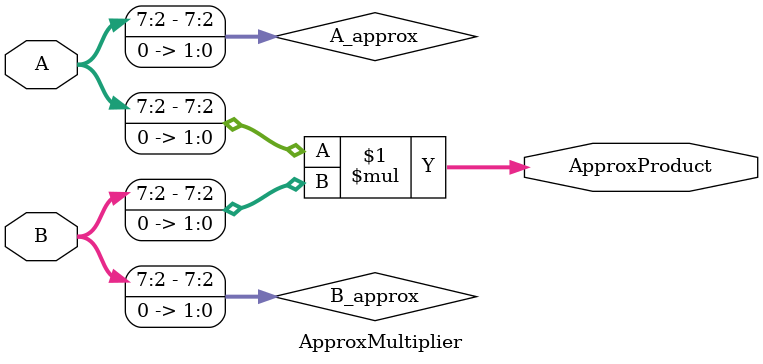
<source format=v>
`timescale 1ns / 1ps


module ApproxMultiplier #(parameter N = 8) (
    input  [N-1:0] A,
    input  [N-1:0] B,
    output [2*N-1:0] ApproxProduct
);
    wire [N-1:0] A_approx, B_approx;

    // Truncation: Set 2 LSBs to zero (ignore LSBs)
    assign A_approx = {A[N-1:2], 2'b00};  // Mask out lowest 2 bits
    assign B_approx = {B[N-1:2], 2'b00};  // Mask out lowest 2 bits

    // Multiply the approximated values
    assign ApproxProduct = A_approx * B_approx;

endmodule


</source>
